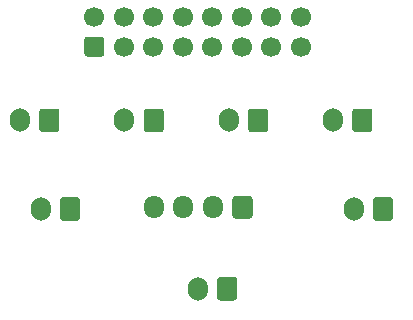
<source format=gtl>
G04 #@! TF.GenerationSoftware,KiCad,Pcbnew,(5.1.12)-1*
G04 #@! TF.CreationDate,2021-12-28T23:10:20+01:00*
G04 #@! TF.ProjectId,Toolhead_PCB,546f6f6c-6865-4616-945f-5043422e6b69,rev?*
G04 #@! TF.SameCoordinates,Original*
G04 #@! TF.FileFunction,Copper,L1,Top*
G04 #@! TF.FilePolarity,Positive*
%FSLAX46Y46*%
G04 Gerber Fmt 4.6, Leading zero omitted, Abs format (unit mm)*
G04 Created by KiCad (PCBNEW (5.1.12)-1) date 2021-12-28 23:10:20*
%MOMM*%
%LPD*%
G01*
G04 APERTURE LIST*
G04 #@! TA.AperFunction,ComponentPad*
%ADD10C,1.700000*%
G04 #@! TD*
G04 #@! TA.AperFunction,ComponentPad*
%ADD11O,1.700000X2.000000*%
G04 #@! TD*
G04 #@! TA.AperFunction,ComponentPad*
%ADD12O,1.700000X1.950000*%
G04 #@! TD*
G04 APERTURE END LIST*
D10*
X158550220Y-83000219D03*
X156050220Y-83000219D03*
X153550220Y-83000219D03*
X151050220Y-83000219D03*
X148550220Y-83000219D03*
X146050220Y-83000219D03*
X143550220Y-83000219D03*
X141050220Y-83000219D03*
X158550220Y-85500219D03*
X156050220Y-85500219D03*
X153550220Y-85500219D03*
X151050220Y-85500219D03*
X148550220Y-85500219D03*
X146050220Y-85500219D03*
X143550220Y-85500219D03*
G04 #@! TA.AperFunction,ComponentPad*
G36*
G01*
X141650220Y-86350219D02*
X140450220Y-86350219D01*
G75*
G02*
X140200220Y-86100219I0J250000D01*
G01*
X140200220Y-84900219D01*
G75*
G02*
X140450220Y-84650219I250000J0D01*
G01*
X141650220Y-84650219D01*
G75*
G02*
X141900220Y-84900219I0J-250000D01*
G01*
X141900220Y-86100219D01*
G75*
G02*
X141650220Y-86350219I-250000J0D01*
G01*
G37*
G04 #@! TD.AperFunction*
D11*
X161250000Y-91750000D03*
G04 #@! TA.AperFunction,ComponentPad*
G36*
G01*
X164600000Y-91000000D02*
X164600000Y-92500000D01*
G75*
G02*
X164350000Y-92750000I-250000J0D01*
G01*
X163150000Y-92750000D01*
G75*
G02*
X162900000Y-92500000I0J250000D01*
G01*
X162900000Y-91000000D01*
G75*
G02*
X163150000Y-90750000I250000J0D01*
G01*
X164350000Y-90750000D01*
G75*
G02*
X164600000Y-91000000I0J-250000D01*
G01*
G37*
G04 #@! TD.AperFunction*
X152416666Y-91750000D03*
G04 #@! TA.AperFunction,ComponentPad*
G36*
G01*
X155766666Y-91000000D02*
X155766666Y-92500000D01*
G75*
G02*
X155516666Y-92750000I-250000J0D01*
G01*
X154316666Y-92750000D01*
G75*
G02*
X154066666Y-92500000I0J250000D01*
G01*
X154066666Y-91000000D01*
G75*
G02*
X154316666Y-90750000I250000J0D01*
G01*
X155516666Y-90750000D01*
G75*
G02*
X155766666Y-91000000I0J-250000D01*
G01*
G37*
G04 #@! TD.AperFunction*
X163000000Y-99250000D03*
G04 #@! TA.AperFunction,ComponentPad*
G36*
G01*
X166350000Y-98500000D02*
X166350000Y-100000000D01*
G75*
G02*
X166100000Y-100250000I-250000J0D01*
G01*
X164900000Y-100250000D01*
G75*
G02*
X164650000Y-100000000I0J250000D01*
G01*
X164650000Y-98500000D01*
G75*
G02*
X164900000Y-98250000I250000J0D01*
G01*
X166100000Y-98250000D01*
G75*
G02*
X166350000Y-98500000I0J-250000D01*
G01*
G37*
G04 #@! TD.AperFunction*
D12*
X146100000Y-99100000D03*
X148600000Y-99100000D03*
X151100000Y-99100000D03*
G04 #@! TA.AperFunction,ComponentPad*
G36*
G01*
X154450000Y-98375000D02*
X154450000Y-99825000D01*
G75*
G02*
X154200000Y-100075000I-250000J0D01*
G01*
X153000000Y-100075000D01*
G75*
G02*
X152750000Y-99825000I0J250000D01*
G01*
X152750000Y-98375000D01*
G75*
G02*
X153000000Y-98125000I250000J0D01*
G01*
X154200000Y-98125000D01*
G75*
G02*
X154450000Y-98375000I0J-250000D01*
G01*
G37*
G04 #@! TD.AperFunction*
D11*
X149800220Y-106000219D03*
G04 #@! TA.AperFunction,ComponentPad*
G36*
G01*
X153150220Y-105250219D02*
X153150220Y-106750219D01*
G75*
G02*
X152900220Y-107000219I-250000J0D01*
G01*
X151700220Y-107000219D01*
G75*
G02*
X151450220Y-106750219I0J250000D01*
G01*
X151450220Y-105250219D01*
G75*
G02*
X151700220Y-105000219I250000J0D01*
G01*
X152900220Y-105000219D01*
G75*
G02*
X153150220Y-105250219I0J-250000D01*
G01*
G37*
G04 #@! TD.AperFunction*
X134750000Y-91750000D03*
G04 #@! TA.AperFunction,ComponentPad*
G36*
G01*
X138100000Y-91000000D02*
X138100000Y-92500000D01*
G75*
G02*
X137850000Y-92750000I-250000J0D01*
G01*
X136650000Y-92750000D01*
G75*
G02*
X136400000Y-92500000I0J250000D01*
G01*
X136400000Y-91000000D01*
G75*
G02*
X136650000Y-90750000I250000J0D01*
G01*
X137850000Y-90750000D01*
G75*
G02*
X138100000Y-91000000I0J-250000D01*
G01*
G37*
G04 #@! TD.AperFunction*
X136500000Y-99250000D03*
G04 #@! TA.AperFunction,ComponentPad*
G36*
G01*
X139850000Y-98500000D02*
X139850000Y-100000000D01*
G75*
G02*
X139600000Y-100250000I-250000J0D01*
G01*
X138400000Y-100250000D01*
G75*
G02*
X138150000Y-100000000I0J250000D01*
G01*
X138150000Y-98500000D01*
G75*
G02*
X138400000Y-98250000I250000J0D01*
G01*
X139600000Y-98250000D01*
G75*
G02*
X139850000Y-98500000I0J-250000D01*
G01*
G37*
G04 #@! TD.AperFunction*
X143583333Y-91750000D03*
G04 #@! TA.AperFunction,ComponentPad*
G36*
G01*
X146933333Y-91000000D02*
X146933333Y-92500000D01*
G75*
G02*
X146683333Y-92750000I-250000J0D01*
G01*
X145483333Y-92750000D01*
G75*
G02*
X145233333Y-92500000I0J250000D01*
G01*
X145233333Y-91000000D01*
G75*
G02*
X145483333Y-90750000I250000J0D01*
G01*
X146683333Y-90750000D01*
G75*
G02*
X146933333Y-91000000I0J-250000D01*
G01*
G37*
G04 #@! TD.AperFunction*
M02*

</source>
